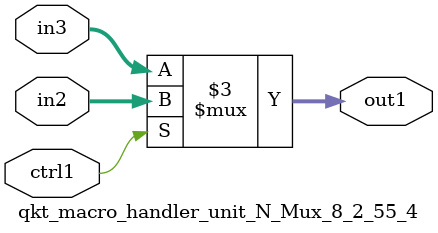
<source format=v>

`timescale 1ps / 1ps


module qkt_macro_handler_unit_N_Mux_8_2_55_4( in3, in2, ctrl1, out1 );

    input [7:0] in3;
    input [7:0] in2;
    input ctrl1;
    output [7:0] out1;
    reg [7:0] out1;

    
    // rtl_process:qkt_macro_handler_unit_N_Mux_8_2_55_4/qkt_macro_handler_unit_N_Mux_8_2_55_4_thread_1
    always @*
      begin : qkt_macro_handler_unit_N_Mux_8_2_55_4_thread_1
        case (ctrl1) 
          1'b1: 
            begin
              out1 = in2;
            end
          default: 
            begin
              out1 = in3;
            end
        endcase
      end

endmodule



</source>
